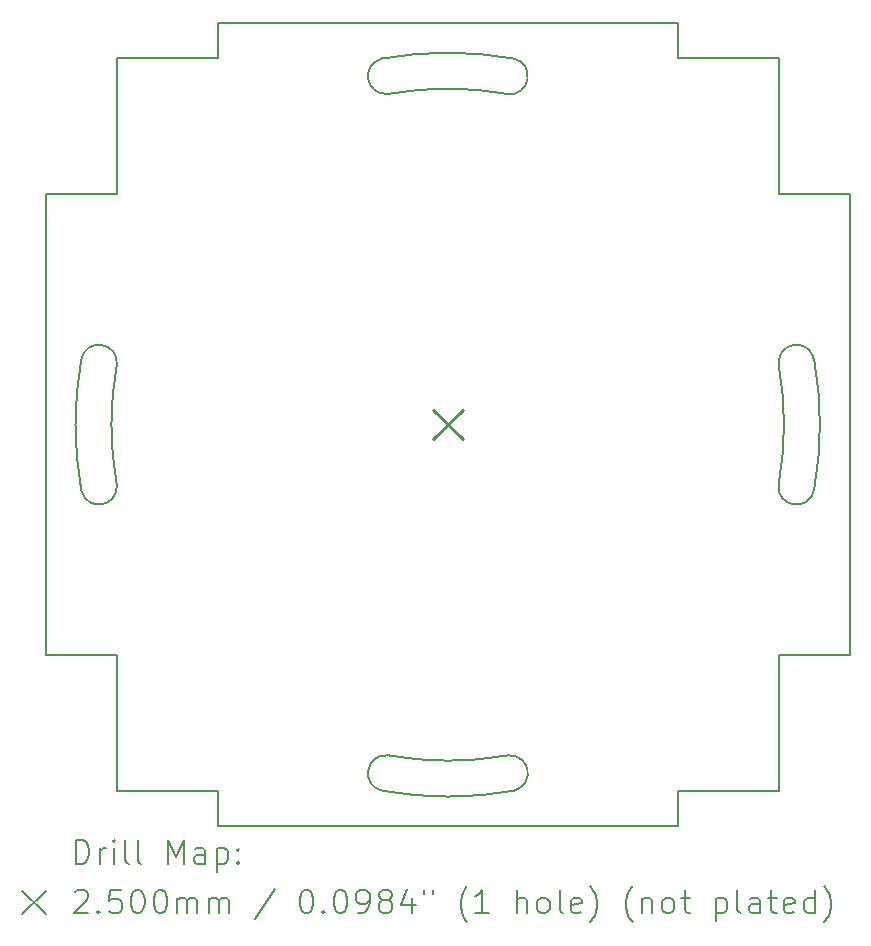
<source format=gbr>
%TF.GenerationSoftware,KiCad,Pcbnew,6.0.11-2627ca5db0~126~ubuntu22.04.1*%
%TF.CreationDate,2023-12-06T10:13:36+01:00*%
%TF.ProjectId,pushbutton8,70757368-6275-4747-946f-6e382e6b6963,3*%
%TF.SameCoordinates,PX6657f38PY8eeaea0*%
%TF.FileFunction,Drillmap*%
%TF.FilePolarity,Positive*%
%FSLAX45Y45*%
G04 Gerber Fmt 4.5, Leading zero omitted, Abs format (unit mm)*
G04 Created by KiCad (PCBNEW 6.0.11-2627ca5db0~126~ubuntu22.04.1) date 2023-12-06 10:13:36*
%MOMM*%
%LPD*%
G01*
G04 APERTURE LIST*
%ADD10C,0.150000*%
%ADD11C,0.200000*%
%ADD12C,0.250000*%
G04 APERTURE END LIST*
D10*
X-781500Y-864000D02*
X-781500Y286000D01*
X68500Y5636000D02*
X68500Y5336000D01*
X3968500Y-864000D02*
X3968500Y-1164000D01*
X4817836Y1731620D02*
G75*
G03*
X4818500Y2736000I-2801216J504043D01*
G01*
X5110803Y2808434D02*
X5118500Y2786000D01*
X-1079511Y1661349D02*
X-1087208Y1683783D01*
X3968500Y5336000D02*
X3968500Y5636000D01*
X4817836Y1731620D02*
G75*
G03*
X5118500Y1686000I150664J-20620D01*
G01*
X4818500Y2761000D02*
X4818500Y2736000D01*
X1514120Y-564928D02*
G75*
G03*
X1468500Y-865588I-20620J-150662D01*
G01*
X2520647Y5035216D02*
G75*
G03*
X1516283Y5036000I-504367J-2799256D01*
G01*
X-1381500Y286000D02*
X-781500Y286000D01*
X2590934Y-857890D02*
X2568500Y-865588D01*
X1443849Y5328303D02*
X1466283Y5336000D01*
X2543500Y-565588D02*
X2518500Y-565588D01*
X1514120Y-564925D02*
G75*
G03*
X2518500Y-565588I504040J2801175D01*
G01*
X-781500Y5336000D02*
X-781500Y4186000D01*
X-1087208Y2783783D02*
G75*
G03*
X-1087208Y1683783I3100006J-550000D01*
G01*
X-1079515Y1661348D02*
G75*
G03*
X-787208Y1708783I142305J47432D01*
G01*
X-786546Y2738163D02*
G75*
G03*
X-1087208Y2783783I-150664J20617D01*
G01*
X68500Y-1164000D02*
X68500Y-864000D01*
X1443849Y5328303D02*
G75*
G03*
X1491283Y5036000I47431J-142303D01*
G01*
X-781500Y-864000D02*
X68500Y-864000D01*
X5118500Y1686000D02*
G75*
G03*
X5118500Y2786000I-3100000J550000D01*
G01*
X5110803Y2808434D02*
G75*
G03*
X4818500Y2761000I-142303J-47434D01*
G01*
X68500Y-1164000D02*
X3968500Y-1164000D01*
X-786544Y2738163D02*
G75*
G03*
X-787208Y1733783I2801214J-504043D01*
G01*
X5418500Y4186000D02*
X5418500Y286000D01*
X3968500Y-864000D02*
X4818500Y-864000D01*
X1468500Y-865588D02*
G75*
G03*
X2568500Y-865588I550000J3100000D01*
G01*
X68500Y5336000D02*
X-781500Y5336000D01*
X5418500Y4186000D02*
X4818500Y4186000D01*
X2520646Y5035214D02*
G75*
G03*
X2566283Y5336000I20624J150726D01*
G01*
X-1381500Y4186000D02*
X-1381500Y286000D01*
X-787208Y1708783D02*
X-787208Y1733783D01*
X4818500Y286000D02*
X4818500Y-864000D01*
X3968500Y5336000D02*
X4818500Y5336000D01*
X5418500Y286000D02*
X4818500Y286000D01*
X2566283Y5336000D02*
G75*
G03*
X1466283Y5336000I-550000J-3100000D01*
G01*
X1491283Y5036000D02*
X1516283Y5036000D01*
X-781500Y4186000D02*
X-1381500Y4186000D01*
X68500Y5636000D02*
X3968500Y5636000D01*
X2590936Y-857894D02*
G75*
G03*
X2543500Y-565588I-47436J142304D01*
G01*
X4818500Y4186000D02*
X4818500Y5336000D01*
D11*
D12*
X1893500Y2361000D02*
X2143500Y2111000D01*
X2143500Y2361000D02*
X1893500Y2111000D01*
D11*
X-1131381Y-1481976D02*
X-1131381Y-1281976D01*
X-1083762Y-1281976D01*
X-1055191Y-1291500D01*
X-1036143Y-1310548D01*
X-1026619Y-1329595D01*
X-1017095Y-1367690D01*
X-1017095Y-1396262D01*
X-1026619Y-1434357D01*
X-1036143Y-1453405D01*
X-1055191Y-1472452D01*
X-1083762Y-1481976D01*
X-1131381Y-1481976D01*
X-931381Y-1481976D02*
X-931381Y-1348643D01*
X-931381Y-1386738D02*
X-921857Y-1367690D01*
X-912333Y-1358167D01*
X-893286Y-1348643D01*
X-874238Y-1348643D01*
X-807571Y-1481976D02*
X-807571Y-1348643D01*
X-807571Y-1281976D02*
X-817095Y-1291500D01*
X-807571Y-1301024D01*
X-798048Y-1291500D01*
X-807571Y-1281976D01*
X-807571Y-1301024D01*
X-683762Y-1481976D02*
X-702810Y-1472452D01*
X-712333Y-1453405D01*
X-712333Y-1281976D01*
X-579000Y-1481976D02*
X-598048Y-1472452D01*
X-607572Y-1453405D01*
X-607572Y-1281976D01*
X-350429Y-1481976D02*
X-350429Y-1281976D01*
X-283762Y-1424833D01*
X-217095Y-1281976D01*
X-217095Y-1481976D01*
X-36143Y-1481976D02*
X-36143Y-1377214D01*
X-45667Y-1358167D01*
X-64714Y-1348643D01*
X-102810Y-1348643D01*
X-121857Y-1358167D01*
X-36143Y-1472452D02*
X-55190Y-1481976D01*
X-102810Y-1481976D01*
X-121857Y-1472452D01*
X-131381Y-1453405D01*
X-131381Y-1434357D01*
X-121857Y-1415309D01*
X-102810Y-1405786D01*
X-55190Y-1405786D01*
X-36143Y-1396262D01*
X59095Y-1348643D02*
X59095Y-1548643D01*
X59095Y-1358167D02*
X78143Y-1348643D01*
X116238Y-1348643D01*
X135286Y-1358167D01*
X144810Y-1367690D01*
X154333Y-1386738D01*
X154333Y-1443881D01*
X144810Y-1462928D01*
X135286Y-1472452D01*
X116238Y-1481976D01*
X78143Y-1481976D01*
X59095Y-1472452D01*
X240048Y-1462928D02*
X249571Y-1472452D01*
X240048Y-1481976D01*
X230524Y-1472452D01*
X240048Y-1462928D01*
X240048Y-1481976D01*
X240048Y-1358167D02*
X249571Y-1367690D01*
X240048Y-1377214D01*
X230524Y-1367690D01*
X240048Y-1358167D01*
X240048Y-1377214D01*
X-1589000Y-1711500D02*
X-1389000Y-1911500D01*
X-1389000Y-1711500D02*
X-1589000Y-1911500D01*
X-1140905Y-1721024D02*
X-1131381Y-1711500D01*
X-1112333Y-1701976D01*
X-1064714Y-1701976D01*
X-1045667Y-1711500D01*
X-1036143Y-1721024D01*
X-1026619Y-1740071D01*
X-1026619Y-1759119D01*
X-1036143Y-1787690D01*
X-1150429Y-1901976D01*
X-1026619Y-1901976D01*
X-940905Y-1882928D02*
X-931381Y-1892452D01*
X-940905Y-1901976D01*
X-950429Y-1892452D01*
X-940905Y-1882928D01*
X-940905Y-1901976D01*
X-750429Y-1701976D02*
X-845667Y-1701976D01*
X-855190Y-1797214D01*
X-845667Y-1787690D01*
X-826619Y-1778167D01*
X-779000Y-1778167D01*
X-759952Y-1787690D01*
X-750429Y-1797214D01*
X-740905Y-1816262D01*
X-740905Y-1863881D01*
X-750429Y-1882928D01*
X-759952Y-1892452D01*
X-779000Y-1901976D01*
X-826619Y-1901976D01*
X-845667Y-1892452D01*
X-855190Y-1882928D01*
X-617095Y-1701976D02*
X-598048Y-1701976D01*
X-579000Y-1711500D01*
X-569476Y-1721024D01*
X-559952Y-1740071D01*
X-550429Y-1778167D01*
X-550429Y-1825786D01*
X-559952Y-1863881D01*
X-569476Y-1882928D01*
X-579000Y-1892452D01*
X-598048Y-1901976D01*
X-617095Y-1901976D01*
X-636143Y-1892452D01*
X-645667Y-1882928D01*
X-655191Y-1863881D01*
X-664714Y-1825786D01*
X-664714Y-1778167D01*
X-655191Y-1740071D01*
X-645667Y-1721024D01*
X-636143Y-1711500D01*
X-617095Y-1701976D01*
X-426619Y-1701976D02*
X-407571Y-1701976D01*
X-388524Y-1711500D01*
X-379000Y-1721024D01*
X-369476Y-1740071D01*
X-359952Y-1778167D01*
X-359952Y-1825786D01*
X-369476Y-1863881D01*
X-379000Y-1882928D01*
X-388524Y-1892452D01*
X-407571Y-1901976D01*
X-426619Y-1901976D01*
X-445667Y-1892452D01*
X-455190Y-1882928D01*
X-464714Y-1863881D01*
X-474238Y-1825786D01*
X-474238Y-1778167D01*
X-464714Y-1740071D01*
X-455190Y-1721024D01*
X-445667Y-1711500D01*
X-426619Y-1701976D01*
X-274238Y-1901976D02*
X-274238Y-1768643D01*
X-274238Y-1787690D02*
X-264714Y-1778167D01*
X-245667Y-1768643D01*
X-217095Y-1768643D01*
X-198048Y-1778167D01*
X-188524Y-1797214D01*
X-188524Y-1901976D01*
X-188524Y-1797214D02*
X-179000Y-1778167D01*
X-159952Y-1768643D01*
X-131381Y-1768643D01*
X-112333Y-1778167D01*
X-102810Y-1797214D01*
X-102810Y-1901976D01*
X-7571Y-1901976D02*
X-7571Y-1768643D01*
X-7571Y-1787690D02*
X1952Y-1778167D01*
X21000Y-1768643D01*
X49571Y-1768643D01*
X68619Y-1778167D01*
X78143Y-1797214D01*
X78143Y-1901976D01*
X78143Y-1797214D02*
X87667Y-1778167D01*
X106714Y-1768643D01*
X135286Y-1768643D01*
X154333Y-1778167D01*
X163857Y-1797214D01*
X163857Y-1901976D01*
X554333Y-1692452D02*
X382905Y-1949595D01*
X811476Y-1701976D02*
X830524Y-1701976D01*
X849571Y-1711500D01*
X859095Y-1721024D01*
X868619Y-1740071D01*
X878143Y-1778167D01*
X878143Y-1825786D01*
X868619Y-1863881D01*
X859095Y-1882928D01*
X849571Y-1892452D01*
X830524Y-1901976D01*
X811476Y-1901976D01*
X792428Y-1892452D01*
X782905Y-1882928D01*
X773381Y-1863881D01*
X763857Y-1825786D01*
X763857Y-1778167D01*
X773381Y-1740071D01*
X782905Y-1721024D01*
X792428Y-1711500D01*
X811476Y-1701976D01*
X963857Y-1882928D02*
X973381Y-1892452D01*
X963857Y-1901976D01*
X954333Y-1892452D01*
X963857Y-1882928D01*
X963857Y-1901976D01*
X1097190Y-1701976D02*
X1116238Y-1701976D01*
X1135286Y-1711500D01*
X1144810Y-1721024D01*
X1154333Y-1740071D01*
X1163857Y-1778167D01*
X1163857Y-1825786D01*
X1154333Y-1863881D01*
X1144810Y-1882928D01*
X1135286Y-1892452D01*
X1116238Y-1901976D01*
X1097190Y-1901976D01*
X1078143Y-1892452D01*
X1068619Y-1882928D01*
X1059095Y-1863881D01*
X1049571Y-1825786D01*
X1049571Y-1778167D01*
X1059095Y-1740071D01*
X1068619Y-1721024D01*
X1078143Y-1711500D01*
X1097190Y-1701976D01*
X1259095Y-1901976D02*
X1297190Y-1901976D01*
X1316238Y-1892452D01*
X1325762Y-1882928D01*
X1344810Y-1854357D01*
X1354333Y-1816262D01*
X1354333Y-1740071D01*
X1344810Y-1721024D01*
X1335286Y-1711500D01*
X1316238Y-1701976D01*
X1278143Y-1701976D01*
X1259095Y-1711500D01*
X1249571Y-1721024D01*
X1240048Y-1740071D01*
X1240048Y-1787690D01*
X1249571Y-1806738D01*
X1259095Y-1816262D01*
X1278143Y-1825786D01*
X1316238Y-1825786D01*
X1335286Y-1816262D01*
X1344810Y-1806738D01*
X1354333Y-1787690D01*
X1468619Y-1787690D02*
X1449571Y-1778167D01*
X1440048Y-1768643D01*
X1430524Y-1749595D01*
X1430524Y-1740071D01*
X1440048Y-1721024D01*
X1449571Y-1711500D01*
X1468619Y-1701976D01*
X1506714Y-1701976D01*
X1525762Y-1711500D01*
X1535286Y-1721024D01*
X1544809Y-1740071D01*
X1544809Y-1749595D01*
X1535286Y-1768643D01*
X1525762Y-1778167D01*
X1506714Y-1787690D01*
X1468619Y-1787690D01*
X1449571Y-1797214D01*
X1440048Y-1806738D01*
X1430524Y-1825786D01*
X1430524Y-1863881D01*
X1440048Y-1882928D01*
X1449571Y-1892452D01*
X1468619Y-1901976D01*
X1506714Y-1901976D01*
X1525762Y-1892452D01*
X1535286Y-1882928D01*
X1544809Y-1863881D01*
X1544809Y-1825786D01*
X1535286Y-1806738D01*
X1525762Y-1797214D01*
X1506714Y-1787690D01*
X1716238Y-1768643D02*
X1716238Y-1901976D01*
X1668619Y-1692452D02*
X1621000Y-1835309D01*
X1744809Y-1835309D01*
X1811476Y-1701976D02*
X1811476Y-1740071D01*
X1887667Y-1701976D02*
X1887667Y-1740071D01*
X2182905Y-1978167D02*
X2173381Y-1968643D01*
X2154333Y-1940071D01*
X2144810Y-1921024D01*
X2135286Y-1892452D01*
X2125762Y-1844833D01*
X2125762Y-1806738D01*
X2135286Y-1759119D01*
X2144810Y-1730548D01*
X2154333Y-1711500D01*
X2173381Y-1682928D01*
X2182905Y-1673405D01*
X2363857Y-1901976D02*
X2249571Y-1901976D01*
X2306714Y-1901976D02*
X2306714Y-1701976D01*
X2287667Y-1730548D01*
X2268619Y-1749595D01*
X2249571Y-1759119D01*
X2601952Y-1901976D02*
X2601952Y-1701976D01*
X2687667Y-1901976D02*
X2687667Y-1797214D01*
X2678143Y-1778167D01*
X2659095Y-1768643D01*
X2630524Y-1768643D01*
X2611476Y-1778167D01*
X2601952Y-1787690D01*
X2811476Y-1901976D02*
X2792429Y-1892452D01*
X2782905Y-1882928D01*
X2773381Y-1863881D01*
X2773381Y-1806738D01*
X2782905Y-1787690D01*
X2792429Y-1778167D01*
X2811476Y-1768643D01*
X2840048Y-1768643D01*
X2859095Y-1778167D01*
X2868619Y-1787690D01*
X2878143Y-1806738D01*
X2878143Y-1863881D01*
X2868619Y-1882928D01*
X2859095Y-1892452D01*
X2840048Y-1901976D01*
X2811476Y-1901976D01*
X2992428Y-1901976D02*
X2973381Y-1892452D01*
X2963857Y-1873405D01*
X2963857Y-1701976D01*
X3144809Y-1892452D02*
X3125762Y-1901976D01*
X3087667Y-1901976D01*
X3068619Y-1892452D01*
X3059095Y-1873405D01*
X3059095Y-1797214D01*
X3068619Y-1778167D01*
X3087667Y-1768643D01*
X3125762Y-1768643D01*
X3144809Y-1778167D01*
X3154333Y-1797214D01*
X3154333Y-1816262D01*
X3059095Y-1835309D01*
X3221000Y-1978167D02*
X3230524Y-1968643D01*
X3249571Y-1940071D01*
X3259095Y-1921024D01*
X3268619Y-1892452D01*
X3278143Y-1844833D01*
X3278143Y-1806738D01*
X3268619Y-1759119D01*
X3259095Y-1730548D01*
X3249571Y-1711500D01*
X3230524Y-1682928D01*
X3221000Y-1673405D01*
X3582905Y-1978167D02*
X3573381Y-1968643D01*
X3554333Y-1940071D01*
X3544809Y-1921024D01*
X3535286Y-1892452D01*
X3525762Y-1844833D01*
X3525762Y-1806738D01*
X3535286Y-1759119D01*
X3544809Y-1730548D01*
X3554333Y-1711500D01*
X3573381Y-1682928D01*
X3582905Y-1673405D01*
X3659095Y-1768643D02*
X3659095Y-1901976D01*
X3659095Y-1787690D02*
X3668619Y-1778167D01*
X3687667Y-1768643D01*
X3716238Y-1768643D01*
X3735286Y-1778167D01*
X3744809Y-1797214D01*
X3744809Y-1901976D01*
X3868619Y-1901976D02*
X3849571Y-1892452D01*
X3840048Y-1882928D01*
X3830524Y-1863881D01*
X3830524Y-1806738D01*
X3840048Y-1787690D01*
X3849571Y-1778167D01*
X3868619Y-1768643D01*
X3897190Y-1768643D01*
X3916238Y-1778167D01*
X3925762Y-1787690D01*
X3935286Y-1806738D01*
X3935286Y-1863881D01*
X3925762Y-1882928D01*
X3916238Y-1892452D01*
X3897190Y-1901976D01*
X3868619Y-1901976D01*
X3992428Y-1768643D02*
X4068619Y-1768643D01*
X4021000Y-1701976D02*
X4021000Y-1873405D01*
X4030524Y-1892452D01*
X4049571Y-1901976D01*
X4068619Y-1901976D01*
X4287667Y-1768643D02*
X4287667Y-1968643D01*
X4287667Y-1778167D02*
X4306714Y-1768643D01*
X4344810Y-1768643D01*
X4363857Y-1778167D01*
X4373381Y-1787690D01*
X4382905Y-1806738D01*
X4382905Y-1863881D01*
X4373381Y-1882928D01*
X4363857Y-1892452D01*
X4344810Y-1901976D01*
X4306714Y-1901976D01*
X4287667Y-1892452D01*
X4497190Y-1901976D02*
X4478143Y-1892452D01*
X4468619Y-1873405D01*
X4468619Y-1701976D01*
X4659095Y-1901976D02*
X4659095Y-1797214D01*
X4649571Y-1778167D01*
X4630524Y-1768643D01*
X4592429Y-1768643D01*
X4573381Y-1778167D01*
X4659095Y-1892452D02*
X4640048Y-1901976D01*
X4592429Y-1901976D01*
X4573381Y-1892452D01*
X4563857Y-1873405D01*
X4563857Y-1854357D01*
X4573381Y-1835309D01*
X4592429Y-1825786D01*
X4640048Y-1825786D01*
X4659095Y-1816262D01*
X4725762Y-1768643D02*
X4801952Y-1768643D01*
X4754333Y-1701976D02*
X4754333Y-1873405D01*
X4763857Y-1892452D01*
X4782905Y-1901976D01*
X4801952Y-1901976D01*
X4944810Y-1892452D02*
X4925762Y-1901976D01*
X4887667Y-1901976D01*
X4868619Y-1892452D01*
X4859095Y-1873405D01*
X4859095Y-1797214D01*
X4868619Y-1778167D01*
X4887667Y-1768643D01*
X4925762Y-1768643D01*
X4944810Y-1778167D01*
X4954333Y-1797214D01*
X4954333Y-1816262D01*
X4859095Y-1835309D01*
X5125762Y-1901976D02*
X5125762Y-1701976D01*
X5125762Y-1892452D02*
X5106714Y-1901976D01*
X5068619Y-1901976D01*
X5049571Y-1892452D01*
X5040048Y-1882928D01*
X5030524Y-1863881D01*
X5030524Y-1806738D01*
X5040048Y-1787690D01*
X5049571Y-1778167D01*
X5068619Y-1768643D01*
X5106714Y-1768643D01*
X5125762Y-1778167D01*
X5201952Y-1978167D02*
X5211476Y-1968643D01*
X5230524Y-1940071D01*
X5240048Y-1921024D01*
X5249571Y-1892452D01*
X5259095Y-1844833D01*
X5259095Y-1806738D01*
X5249571Y-1759119D01*
X5240048Y-1730548D01*
X5230524Y-1711500D01*
X5211476Y-1682928D01*
X5201952Y-1673405D01*
M02*

</source>
